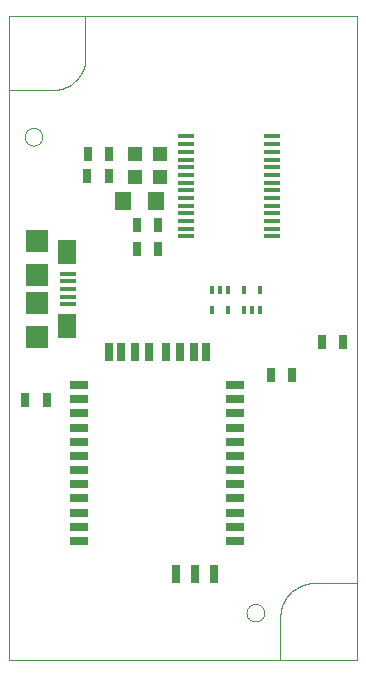
<source format=gbp>
G75*
G70*
%OFA0B0*%
%FSLAX24Y24*%
%IPPOS*%
%LPD*%
%AMOC8*
5,1,8,0,0,1.08239X$1,22.5*
%
%ADD10C,0.0000*%
%ADD11R,0.0315X0.0472*%
%ADD12R,0.0551X0.0630*%
%ADD13R,0.0531X0.0157*%
%ADD14R,0.0630X0.0827*%
%ADD15R,0.0748X0.0748*%
%ADD16R,0.0630X0.0315*%
%ADD17R,0.0315X0.0630*%
%ADD18R,0.0550X0.0137*%
%ADD19R,0.0472X0.0472*%
%ADD20R,0.0157X0.0276*%
D10*
X000373Y000131D02*
X000373Y019127D01*
X001840Y019127D01*
X001903Y019129D01*
X001967Y019134D01*
X002030Y019144D01*
X002092Y019156D01*
X002153Y019173D01*
X002213Y019193D01*
X002273Y019216D01*
X002330Y019243D01*
X002386Y019273D01*
X002440Y019307D01*
X002492Y019343D01*
X002542Y019382D01*
X002589Y019425D01*
X002634Y019470D01*
X002677Y019517D01*
X002716Y019567D01*
X002752Y019619D01*
X002786Y019673D01*
X002816Y019729D01*
X002843Y019786D01*
X002866Y019846D01*
X002886Y019906D01*
X002903Y019967D01*
X002915Y020029D01*
X002925Y020092D01*
X002930Y020156D01*
X002932Y020219D01*
X002932Y021588D01*
X011987Y021588D01*
X011987Y002690D01*
X010554Y002690D01*
X010489Y002688D01*
X010423Y002682D01*
X010358Y002673D01*
X010294Y002660D01*
X010231Y002643D01*
X010169Y002622D01*
X010108Y002598D01*
X010049Y002570D01*
X009991Y002539D01*
X009935Y002505D01*
X009882Y002467D01*
X009830Y002427D01*
X009781Y002383D01*
X009735Y002337D01*
X009691Y002288D01*
X009651Y002236D01*
X009613Y002183D01*
X009579Y002127D01*
X009548Y002069D01*
X009520Y002010D01*
X009496Y001949D01*
X009475Y001887D01*
X009458Y001824D01*
X009445Y001760D01*
X009436Y001695D01*
X009430Y001629D01*
X009428Y001564D01*
X009428Y000131D01*
X000373Y000131D01*
X008298Y001706D02*
X008300Y001740D01*
X008306Y001774D01*
X008316Y001807D01*
X008329Y001838D01*
X008347Y001868D01*
X008367Y001896D01*
X008391Y001921D01*
X008417Y001943D01*
X008445Y001961D01*
X008476Y001977D01*
X008508Y001989D01*
X008542Y001997D01*
X008576Y002001D01*
X008610Y002001D01*
X008644Y001997D01*
X008678Y001989D01*
X008710Y001977D01*
X008740Y001961D01*
X008769Y001943D01*
X008795Y001921D01*
X008819Y001896D01*
X008839Y001868D01*
X008857Y001838D01*
X008870Y001807D01*
X008880Y001774D01*
X008886Y001740D01*
X008888Y001706D01*
X008886Y001672D01*
X008880Y001638D01*
X008870Y001605D01*
X008857Y001574D01*
X008839Y001544D01*
X008819Y001516D01*
X008795Y001491D01*
X008769Y001469D01*
X008741Y001451D01*
X008710Y001435D01*
X008678Y001423D01*
X008644Y001415D01*
X008610Y001411D01*
X008576Y001411D01*
X008542Y001415D01*
X008508Y001423D01*
X008476Y001435D01*
X008445Y001451D01*
X008417Y001469D01*
X008391Y001491D01*
X008367Y001516D01*
X008347Y001544D01*
X008329Y001574D01*
X008316Y001605D01*
X008306Y001638D01*
X008300Y001672D01*
X008298Y001706D01*
X009428Y000131D02*
X011987Y000131D01*
X011987Y002690D01*
X000905Y017572D02*
X000907Y017606D01*
X000913Y017640D01*
X000923Y017673D01*
X000936Y017704D01*
X000954Y017734D01*
X000974Y017762D01*
X000998Y017787D01*
X001024Y017809D01*
X001052Y017827D01*
X001083Y017843D01*
X001115Y017855D01*
X001149Y017863D01*
X001183Y017867D01*
X001217Y017867D01*
X001251Y017863D01*
X001285Y017855D01*
X001317Y017843D01*
X001347Y017827D01*
X001376Y017809D01*
X001402Y017787D01*
X001426Y017762D01*
X001446Y017734D01*
X001464Y017704D01*
X001477Y017673D01*
X001487Y017640D01*
X001493Y017606D01*
X001495Y017572D01*
X001493Y017538D01*
X001487Y017504D01*
X001477Y017471D01*
X001464Y017440D01*
X001446Y017410D01*
X001426Y017382D01*
X001402Y017357D01*
X001376Y017335D01*
X001348Y017317D01*
X001317Y017301D01*
X001285Y017289D01*
X001251Y017281D01*
X001217Y017277D01*
X001183Y017277D01*
X001149Y017281D01*
X001115Y017289D01*
X001083Y017301D01*
X001052Y017317D01*
X001024Y017335D01*
X000998Y017357D01*
X000974Y017382D01*
X000954Y017410D01*
X000936Y017440D01*
X000923Y017471D01*
X000913Y017504D01*
X000907Y017538D01*
X000905Y017572D01*
X000373Y019127D02*
X000373Y021588D01*
X002932Y021588D01*
D11*
X003011Y017007D03*
X002995Y016248D03*
X003704Y016248D03*
X003719Y017007D03*
X004645Y014619D03*
X004645Y013832D03*
X005353Y013832D03*
X005353Y014619D03*
X009113Y009619D03*
X009822Y009619D03*
X010806Y010718D03*
X011515Y010718D03*
X001637Y008796D03*
X000928Y008796D03*
D12*
X004192Y015415D03*
X005294Y015415D03*
D13*
X002358Y013003D03*
X002358Y012747D03*
X002358Y012491D03*
X002358Y012235D03*
X002358Y011979D03*
D14*
X002308Y011270D03*
X002308Y013711D03*
D15*
X001304Y014085D03*
X001304Y012963D03*
X001304Y012018D03*
X001304Y010896D03*
D16*
X002731Y009292D03*
X002731Y008820D03*
X002731Y008348D03*
X002731Y007875D03*
X002731Y007403D03*
X002731Y006930D03*
X002731Y006458D03*
X002731Y005985D03*
X002731Y005513D03*
X002731Y005040D03*
X002731Y004568D03*
X002731Y004096D03*
X007928Y004096D03*
X007928Y004568D03*
X007928Y005040D03*
X007928Y005513D03*
X007928Y005985D03*
X007928Y006458D03*
X007928Y006930D03*
X007928Y007403D03*
X007928Y007875D03*
X007928Y008348D03*
X007928Y008820D03*
X007928Y009292D03*
D17*
X006953Y010395D03*
X006550Y010395D03*
X006078Y010395D03*
X005605Y010395D03*
X005054Y010395D03*
X004582Y010395D03*
X004109Y010395D03*
X003707Y010395D03*
X005960Y002993D03*
X006589Y002993D03*
X007219Y002993D03*
D18*
X006276Y014251D03*
X006276Y014507D03*
X006276Y014763D03*
X006276Y015019D03*
X006276Y015275D03*
X006276Y015531D03*
X006276Y015787D03*
X006276Y016042D03*
X006276Y016298D03*
X006276Y016554D03*
X006276Y016810D03*
X006276Y017066D03*
X006276Y017322D03*
X006276Y017578D03*
X009155Y017578D03*
X009155Y017322D03*
X009155Y017066D03*
X009155Y016810D03*
X009155Y016554D03*
X009155Y016298D03*
X009155Y016042D03*
X009155Y015787D03*
X009155Y015531D03*
X009155Y015275D03*
X009155Y015019D03*
X009155Y014763D03*
X009155Y014507D03*
X009155Y014251D03*
D19*
X005412Y016233D03*
X005412Y017001D03*
X004586Y017001D03*
X004586Y016233D03*
D20*
X007164Y012474D03*
X007420Y012474D03*
X007676Y012474D03*
X007676Y011804D03*
X007164Y011804D03*
X008227Y011804D03*
X008483Y011804D03*
X008739Y011804D03*
X008739Y012474D03*
X008227Y012474D03*
M02*

</source>
